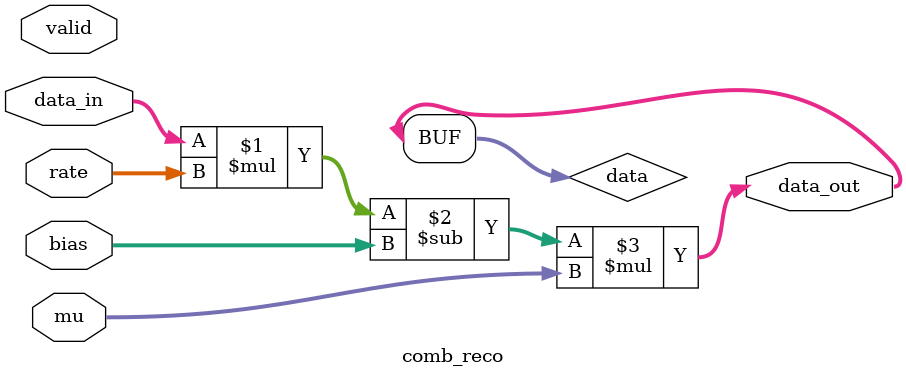
<source format=v>

module comb_reco#(
    parameter bitwidth  =32,
	parameter inputBitwidth =16
)(
    input [bitwidth-1:0]data_in,
    input [inputBitwidth-1:0]bias,
	input [inputBitwidth-1:0]rate,
	input [inputBitwidth-1:0]mu,
    input valid,
    output [bitwidth-1:0]data_out
);

    wire [bitwidth-1:0] data;
    /*combination logic*/

    assign data=(data_in*rate-bias)*mu;


    //assign data_out=data&valid;
	assign data_out=data;
endmodule

</source>
